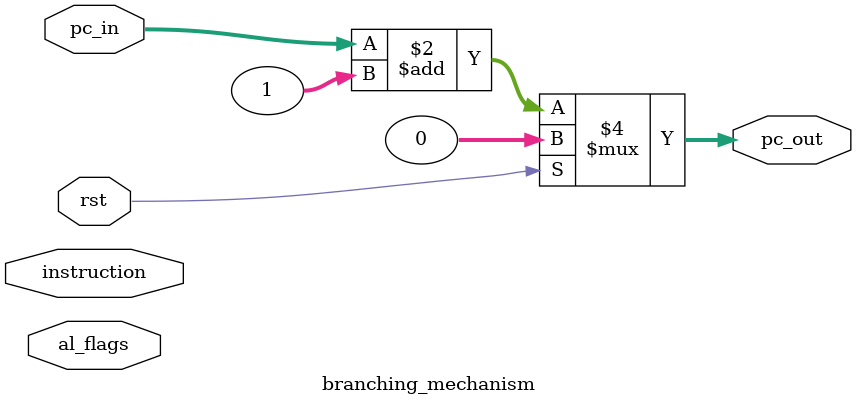
<source format=v>
`timescale 1ns / 1ps


module branching_mechanism(
    input [31:0] pc_in,
	input [31:0] instruction,
	input rst,
	input [2:0] al_flags,
    output reg [31:0] pc_out
    );
	
	always @(*) begin
		if(rst)
			pc_out <= 32'd0;
		else
			pc_out <= pc_in + 32'd1;
	end

endmodule

</source>
